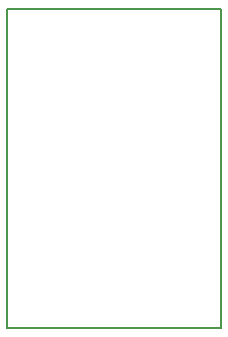
<source format=gm1>
G04 MADE WITH FRITZING*
G04 WWW.FRITZING.ORG*
G04 DOUBLE SIDED*
G04 HOLES PLATED*
G04 CONTOUR ON CENTER OF CONTOUR VECTOR*
%ASAXBY*%
%FSLAX23Y23*%
%MOIN*%
%OFA0B0*%
%SFA1.0B1.0*%
%ADD10R,0.724350X1.071350*%
%ADD11C,0.008000*%
%ADD10C,0.008*%
%LNCONTOUR*%
G90*
G70*
G54D10*
G54D11*
X4Y1067D02*
X720Y1067D01*
X720Y4D01*
X4Y4D01*
X4Y1067D01*
D02*
G04 End of contour*
M02*
</source>
